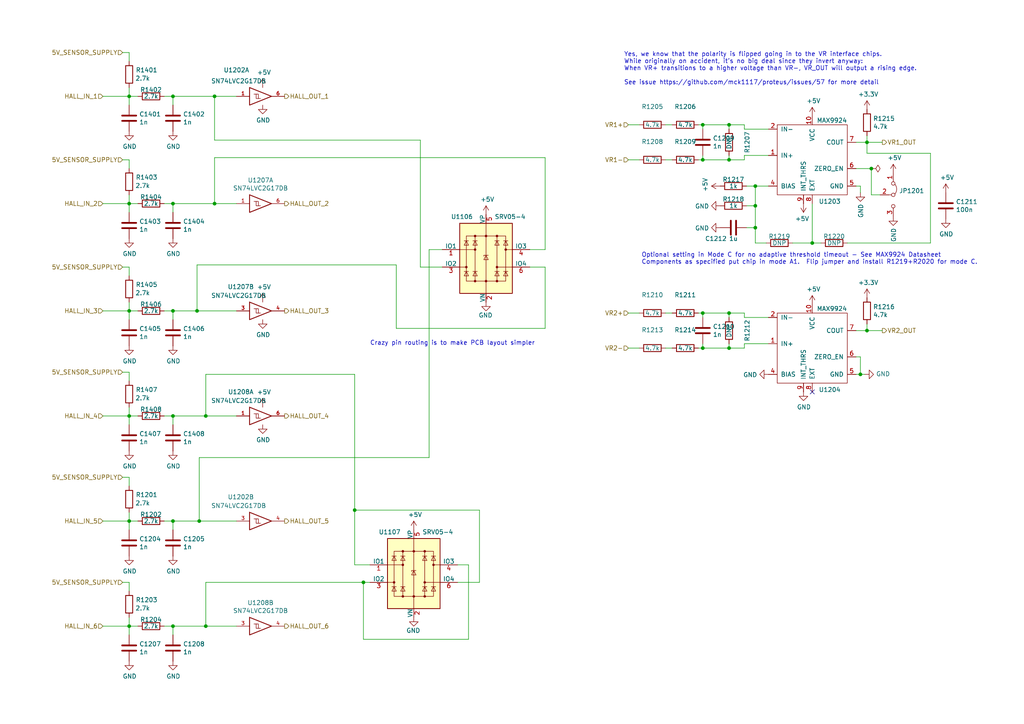
<source format=kicad_sch>
(kicad_sch (version 20211123) (generator eeschema)
  (paper "A4")
  (title_block (title "rusEfi Proteus") (date "2022-04-09") (rev "v0.7") (company "rusEFI") (comment 1 "github.com/mck1117/proteus") (comment 2 "rusefi.com/s/proteus"))
  (lib_symbols
    (symbol "74xGxx:74LVC2G17" (pin_names (offset 1.016))
      (property "Reference" "U" (at -2.54 3.81 0))
      (property "Value" "74LVC2G17" (at 0 -3.81 0))
      (symbol "74LVC2G17_0_1"
        (polyline (pts (xy -1.905 0.635) (xy -1.27 0.635) (xy -1.27 -0.635)))
        (polyline (pts (xy -3.81 2.54) (xy -3.81 -2.54) (xy 2.54 0) (xy -3.81 2.54)) (stroke (width 0.254)))
        (polyline (pts (xy -2.54 0.635) (xy -1.905 0.635) (xy -1.905 -0.635) (xy -0.635 -0.635)))
        (pin power_in line (at 0 -2.54 270) (length 0) hide (name "GND") (number "2"))
        (pin power_in line (at 0 2.54 90) (length 0) hide (name "VCC") (number "5"))
      )
      (symbol "74LVC2G17_1_1"
        (pin input line (at -7.62 0 0) (length 3.81) (name "~") (number "1"))
        (pin output line (at 6.35 0 180) (length 3.81) (name "~") (number "6"))
      )
      (symbol "74LVC2G17_2_1"
        (pin input line (at -7.62 0 0) (length 3.81) (name "~") (number "3"))
        (pin output line (at 6.35 0 180) (length 3.81) (name "~") (number "4"))
      )
    )
    (symbol "Device:C" (pin_numbers hide) (pin_names (offset 0.254))
      (property "Reference" "C" (at 0.635 2.54 0))
      (property "Value" "C" (at 0.635 -2.54 0))
      (symbol "C_0_1"
        (polyline (pts (xy -2.032 -0.762) (xy 2.032 -0.762)) (stroke (width 0.508)))
        (polyline (pts (xy -2.032 0.762) (xy 2.032 0.762)) (stroke (width 0.508)))
      )
      (symbol "C_1_1"
        (pin passive line (at 0 3.81 270) (length 2.794) (name "~") (number "1"))
        (pin passive line (at 0 -3.81 90) (length 2.794) (name "~") (number "2"))
      )
    )
    (symbol "Device:R" (pin_numbers hide) (pin_names (offset 0))
      (property "Reference" "R" (at 2.032 0 90))
      (property "Value" "R" (at 0 0 90))
      (symbol "R_0_1"
        (rectangle (start -1.016 -2.54) (end 1.016 2.54) (stroke (width 0.254)))
      )
      (symbol "R_1_1"
        (pin passive line (at 0 3.81 270) (length 1.27) (name "~") (number "1"))
        (pin passive line (at 0 -3.81 90) (length 1.27) (name "~") (number "2"))
      )
    )
    (symbol "Jumper:Jumper_3_Bridged12" (pin_names (offset 0) hide)
      (property "Reference" "JP" (at -2.54 -2.54 0))
      (property "Value" "Jumper_3_Bridged12" (at 0 2.794 0))
      (symbol "Jumper_3_Bridged12_0_0"
        (circle (center -3.302 0) (radius 0.508))
        (circle (center 0 0) (radius 0.508))
        (circle (center 3.302 0) (radius 0.508))
      )
      (symbol "Jumper_3_Bridged12_0_1"
        (arc (start -0.254 0.508) (mid -1.651 0.9912) (end -3.048 0.508))
        (polyline (pts (xy 0 -1.27) (xy 0 -0.508)))
      )
      (symbol "Jumper_3_Bridged12_1_1"
        (pin passive line (at -6.35 0 0) (length 2.54) (name "A") (number "1"))
        (pin passive line (at 0 -3.81 90) (length 2.54) (name "C") (number "2"))
        (pin passive line (at 6.35 0 180) (length 2.54) (name "B") (number "3"))
      )
    )
    (symbol "Power_Protection:SRV05-4" (pin_names (offset 0))
      (property "Reference" "U" (at -5.08 11.43 0))
      (property "Value" "SRV05-4" (at 2.54 11.43 0))
      (symbol "SRV05-4_0_0"
        (rectangle (start -5.715 6.477) (end 5.715 -6.604))
        (polyline (pts (xy -3.175 -6.604) (xy -3.175 6.477)))
        (polyline (pts (xy 3.175 6.477) (xy 3.175 -6.604)))
      )
      (symbol "SRV05-4_0_1"
        (rectangle (start -7.62 10.16) (end 7.62 -10.16) (stroke (width 0.254)) (fill (type background)))
        (circle (center -5.715 -2.54) (radius 0.2794) (fill (type outline)))
        (circle (center -3.175 -6.604) (radius 0.2794) (fill (type outline)))
        (circle (center -3.175 2.54) (radius 0.2794) (fill (type outline)))
        (circle (center -3.175 6.477) (radius 0.2794) (fill (type outline)))
        (circle (center 0 -6.604) (radius 0.2794) (fill (type outline)))
        (polyline (pts (xy -7.747 2.54) (xy -3.175 2.54)))
        (polyline (pts (xy -7.62 -2.54) (xy -5.715 -2.54)))
        (polyline (pts (xy -5.08 -3.81) (xy -6.35 -3.81)))
        (polyline (pts (xy -5.08 5.08) (xy -6.35 5.08)))
        (polyline (pts (xy -2.54 -3.81) (xy -3.81 -3.81)))
        (polyline (pts (xy -2.54 5.08) (xy -3.81 5.08)))
        (polyline (pts (xy 0 10.16) (xy 0 -10.16)))
        (polyline (pts (xy 3.81 -3.81) (xy 2.54 -3.81)))
        (polyline (pts (xy 3.81 5.08) (xy 2.54 5.08)))
        (polyline (pts (xy 6.35 -3.81) (xy 5.08 -3.81)))
        (polyline (pts (xy 6.35 5.08) (xy 5.08 5.08)))
        (polyline (pts (xy 7.62 -2.54) (xy 3.175 -2.54)))
        (polyline (pts (xy 7.62 2.54) (xy 5.715 2.54)))
        (polyline (pts (xy 0.635 0.889) (xy -0.635 0.889) (xy -0.635 0.635)))
        (polyline (pts (xy -5.08 -5.08) (xy -6.35 -5.08) (xy -5.715 -3.81) (xy -5.08 -5.08)))
        (polyline (pts (xy -5.08 3.81) (xy -6.35 3.81) (xy -5.715 5.08) (xy -5.08 3.81)))
        (polyline (pts (xy -2.54 -5.08) (xy -3.81 -5.08) (xy -3.175 -3.81) (xy -2.54 -5.08)))
        (polyline (pts (xy -2.54 3.81) (xy -3.81 3.81) (xy -3.175 5.08) (xy -2.54 3.81)))
        (polyline (pts (xy 0.635 -0.381) (xy -0.635 -0.381) (xy 0 0.889) (xy 0.635 -0.381)))
        (polyline (pts (xy 3.81 -5.08) (xy 2.54 -5.08) (xy 3.175 -3.81) (xy 3.81 -5.08)))
        (polyline (pts (xy 3.81 3.81) (xy 2.54 3.81) (xy 3.175 5.08) (xy 3.81 3.81)))
        (polyline (pts (xy 6.35 -5.08) (xy 5.08 -5.08) (xy 5.715 -3.81) (xy 6.35 -5.08)))
        (polyline (pts (xy 6.35 3.81) (xy 5.08 3.81) (xy 5.715 5.08) (xy 6.35 3.81)))
        (circle (center 0 6.477) (radius 0.2794) (fill (type outline)))
        (circle (center 3.175 -6.604) (radius 0.2794) (fill (type outline)))
        (circle (center 3.175 -2.54) (radius 0.2794) (fill (type outline)))
        (circle (center 3.175 6.477) (radius 0.2794) (fill (type outline)))
        (circle (center 5.715 2.54) (radius 0.2794) (fill (type outline)))
      )
      (symbol "SRV05-4_1_1"
        (pin passive line (at -12.7 2.54 0) (length 5.08) (name "IO1") (number "1"))
        (pin passive line (at 0 -12.7 90) (length 2.54) (name "VN") (number "2"))
        (pin passive line (at -12.7 -2.54 0) (length 5.08) (name "IO2") (number "3"))
        (pin passive line (at 12.7 2.54 180) (length 5.08) (name "IO3") (number "4"))
        (pin passive line (at 0 12.7 270) (length 2.54) (name "VP") (number "5"))
        (pin passive line (at 12.7 -2.54 180) (length 5.08) (name "IO4") (number "6"))
      )
    )
    (symbol "max9924:MAX9924" (pin_names (offset 1.016))
      (property "Reference" "U" (at 3.81 -11.43 0))
      (property "Value" "MAX9924" (at 7.62 11.43 0))
      (symbol "MAX9924_0_1"
        (rectangle (start -10.16 10.16) (end 10.16 -10.16))
      )
      (symbol "MAX9924_1_1"
        (pin input line (at -12.7 1.27 0) (length 2.54) (name "IN+") (number "1"))
        (pin power_in line (at 0 12.7 270) (length 2.54) (name "VCC") (number "10"))
        (pin input line (at -12.7 8.89 0) (length 2.54) (name "IN-") (number "2"))
        (pin no_connect line (at 0 -5.08 0) (length 2.54) hide (name "~") (number "3"))
        (pin input line (at -12.7 -7.62 0) (length 2.54) (name "BIAS") (number "4"))
        (pin power_in line (at 12.7 -7.62 180) (length 2.54) (name "GND") (number "5"))
        (pin input line (at 12.7 -2.54 180) (length 2.54) (name "ZERO_EN") (number "6"))
        (pin output line (at 12.7 5.08 180) (length 2.54) (name "COUT") (number "7"))
        (pin input line (at 0 -12.7 90) (length 2.54) (name "EXT") (number "8"))
        (pin input line (at -2.54 -12.7 90) (length 2.54) (name "INT_THRS") (number "9"))
      )
    )
    (symbol "power:+3.3V" (power) (pin_names (offset 0))
      (property "Value" "+3.3V" (at 0 3.556 0))
      (symbol "+3.3V_0_1"
        (polyline (pts (xy -0.762 1.27) (xy 0 2.54)))
        (polyline (pts (xy 0 0) (xy 0 2.54)))
        (polyline (pts (xy 0 2.54) (xy 0.762 1.27)))
      )
      (symbol "+3.3V_1_1"
        (pin power_in line (at 0 0 90) (length 0) hide (name "+3.3V") (number "1"))
      )
    )
    (symbol "power:+5V" (power) (pin_names (offset 0))
      (property "Value" "+5V" (at 0 3.556 0))
      (symbol "+5V_0_1"
        (polyline (pts (xy -0.762 1.27) (xy 0 2.54)))
        (polyline (pts (xy 0 0) (xy 0 2.54)))
        (polyline (pts (xy 0 2.54) (xy 0.762 1.27)))
      )
      (symbol "+5V_1_1"
        (pin power_in line (at 0 0 90) (length 0) hide (name "+5V") (number "1"))
      )
    )
    (symbol "power:GND" (power) (pin_names (offset 0))
      (property "Value" "GND" (at 0 -3.81 0))
      (symbol "GND_0_1"
        (polyline (pts (xy 0 0) (xy 0 -1.27) (xy 1.27 -1.27) (xy 0 -2.54) (xy -1.27 -1.27) (xy 0 -1.27)))
      )
      (symbol "GND_1_1"
        (pin power_in line (at 0 0 270) (length 0) hide (name "GND") (number "1"))
      )
    )
    (symbol "power:PWR_FLAG" (power) (pin_numbers hide) (pin_names (offset 0) hide)
      (property "Value" "PWR_FLAG" (at 0 3.81 0))
      (symbol "PWR_FLAG_0_0"
        (pin power_out line (at 0 0 90) (length 0) (name "pwr") (number "1"))
      )
      (symbol "PWR_FLAG_0_1"
        (polyline (pts (xy 0 0) (xy 0 1.27) (xy -1.016 1.905) (xy 0 2.54) (xy 1.016 1.905) (xy 0 1.27)))
      )
    )
  )
  (junction (at 251.46 95.885))
  (junction (at 203.835 46.355))
  (junction (at 62.23 27.94))
  (junction (at 203.835 90.805))
  (junction (at 50.165 120.65))
  (junction (at 37.465 181.61))
  (junction (at 37.465 27.94))
  (junction (at 211.455 100.965))
  (junction (at 252.73 48.895))
  (junction (at 219.075 59.69))
  (junction (at 37.465 151.13))
  (junction (at 37.465 120.65))
  (junction (at 37.465 59.055))
  (junction (at 249.555 108.585))
  (junction (at 203.835 100.965))
  (junction (at 251.46 41.275))
  (junction (at 50.165 181.61))
  (junction (at 50.165 151.13))
  (junction (at 219.075 53.975))
  (junction (at 50.165 59.055))
  (junction (at 105.41 168.91))
  (junction (at 59.69 181.61))
  (junction (at 102.87 147.955))
  (junction (at 203.835 36.195))
  (junction (at 211.455 90.805))
  (junction (at 211.455 36.195))
  (junction (at 37.465 90.17))
  (junction (at 57.785 151.13))
  (junction (at 219.075 66.04))
  (junction (at 50.165 27.94))
  (junction (at 211.455 46.355))
  (junction (at 235.585 70.485))
  (junction (at 59.69 120.65))
  (junction (at 57.15 90.17))
  (junction (at 50.165 90.17))
  (junction (at 62.23 59.055))
  (no_connect (at 235.585 113.665))
  (wire (pts (xy 50.165 151.13) (xy 50.165 153.67)))
  (wire (pts (xy 211.455 37.465) (xy 211.455 36.195)))
  (wire (pts (xy 215.9 36.195) (xy 215.9 37.465)))
  (wire (pts (xy 50.165 59.055) (xy 50.165 61.595)))
  (wire (pts (xy 139.065 147.955) (xy 102.87 147.955)))
  (wire (pts (xy 215.9 45.085) (xy 215.9 46.355)))
  (wire (pts (xy 139.065 168.91) (xy 139.065 147.955)))
  (wire (pts (xy 269.875 70.485) (xy 269.875 44.45)))
  (wire (pts (xy 249.555 55.88) (xy 249.555 53.975)))
  (wire (pts (xy 124.46 132.715) (xy 124.46 72.39)))
  (wire (pts (xy 203.835 36.195) (xy 203.835 37.465)))
  (wire (pts (xy 37.465 56.515) (xy 37.465 59.055)))
  (wire (pts (xy 57.785 151.13) (xy 68.58 151.13)))
  (wire (pts (xy 62.23 59.055) (xy 68.58 59.055)))
  (wire (pts (xy 158.115 45.72) (xy 158.115 72.39)))
  (wire (pts (xy 57.785 151.13) (xy 57.785 132.715)))
  (wire (pts (xy 62.23 59.055) (xy 62.23 45.72)))
  (wire (pts (xy 50.165 181.61) (xy 59.69 181.61)))
  (wire (pts (xy 193.04 100.965) (xy 194.945 100.965)))
  (wire (pts (xy 50.165 90.17) (xy 57.15 90.17)))
  (wire (pts (xy 50.165 27.94) (xy 62.23 27.94)))
  (wire (pts (xy 59.69 181.61) (xy 59.69 168.91)))
  (wire (pts (xy 211.455 46.355) (xy 211.455 45.085)))
  (wire (pts (xy 37.465 179.07) (xy 37.465 181.61)))
  (wire (pts (xy 29.845 59.055) (xy 37.465 59.055)))
  (wire (pts (xy 203.835 46.355) (xy 203.835 45.085)))
  (wire (pts (xy 50.165 59.055) (xy 62.23 59.055)))
  (wire (pts (xy 202.565 36.195) (xy 203.835 36.195)))
  (wire (pts (xy 211.455 100.965) (xy 211.455 99.695)))
  (wire (pts (xy 211.455 36.195) (xy 203.835 36.195)))
  (wire (pts (xy 35.56 168.91) (xy 37.465 168.91)))
  (wire (pts (xy 102.87 163.83) (xy 102.87 147.955)))
  (wire (pts (xy 251.46 95.885) (xy 248.285 95.885)))
  (wire (pts (xy 62.23 45.72) (xy 158.115 45.72)))
  (wire (pts (xy 37.465 168.91) (xy 37.465 171.45)))
  (wire (pts (xy 29.845 151.13) (xy 37.465 151.13)))
  (wire (pts (xy 37.465 30.48) (xy 37.465 27.94)))
  (wire (pts (xy 211.455 90.805) (xy 203.835 90.805)))
  (wire (pts (xy 132.715 168.91) (xy 139.065 168.91)))
  (wire (pts (xy 37.465 59.055) (xy 40.005 59.055)))
  (wire (pts (xy 203.835 100.965) (xy 211.455 100.965)))
  (wire (pts (xy 216.535 66.04) (xy 219.075 66.04)))
  (wire (pts (xy 114.935 76.835) (xy 114.935 95.25)))
  (wire (pts (xy 37.465 148.59) (xy 37.465 151.13)))
  (wire (pts (xy 215.9 90.805) (xy 215.9 92.075)))
  (wire (pts (xy 50.165 181.61) (xy 47.625 181.61)))
  (wire (pts (xy 215.9 99.695) (xy 215.9 100.965)))
  (wire (pts (xy 50.165 181.61) (xy 50.165 184.15)))
  (wire (pts (xy 219.075 66.04) (xy 219.075 59.69)))
  (wire (pts (xy 37.465 15.24) (xy 37.465 17.78)))
  (wire (pts (xy 135.89 185.42) (xy 135.89 163.83)))
  (wire (pts (xy 255.905 95.885) (xy 251.46 95.885)))
  (wire (pts (xy 211.455 36.195) (xy 215.9 36.195)))
  (wire (pts (xy 193.04 46.355) (xy 194.945 46.355)))
  (wire (pts (xy 37.465 118.11) (xy 37.465 120.65)))
  (wire (pts (xy 57.15 76.835) (xy 114.935 76.835)))
  (wire (pts (xy 249.555 108.585) (xy 248.285 108.585)))
  (wire (pts (xy 105.41 168.91) (xy 107.315 168.91)))
  (wire (pts (xy 203.835 90.805) (xy 203.835 92.075)))
  (wire (pts (xy 59.69 120.65) (xy 68.58 120.65)))
  (wire (pts (xy 251.46 44.45) (xy 251.46 41.275)))
  (wire (pts (xy 182.245 100.965) (xy 185.42 100.965)))
  (wire (pts (xy 249.555 53.975) (xy 248.285 53.975)))
  (wire (pts (xy 219.075 66.04) (xy 219.075 70.485)))
  (wire (pts (xy 29.845 120.65) (xy 37.465 120.65)))
  (wire (pts (xy 37.465 120.65) (xy 40.005 120.65)))
  (wire (pts (xy 50.165 90.17) (xy 50.165 92.71)))
  (wire (pts (xy 37.465 90.17) (xy 40.005 90.17)))
  (wire (pts (xy 124.46 72.39) (xy 128.27 72.39)))
  (wire (pts (xy 59.69 108.585) (xy 59.69 120.65)))
  (wire (pts (xy 215.9 100.965) (xy 211.455 100.965)))
  (wire (pts (xy 219.075 59.69) (xy 219.075 53.975)))
  (wire (pts (xy 105.41 185.42) (xy 135.89 185.42)))
  (wire (pts (xy 182.245 46.355) (xy 185.42 46.355)))
  (wire (pts (xy 57.15 90.17) (xy 68.58 90.17)))
  (wire (pts (xy 35.56 46.355) (xy 37.465 46.355)))
  (wire (pts (xy 62.23 40.64) (xy 121.92 40.64)))
  (wire (pts (xy 269.875 44.45) (xy 251.46 44.45)))
  (wire (pts (xy 37.465 46.355) (xy 37.465 48.895)))
  (wire (pts (xy 50.165 120.65) (xy 59.69 120.65)))
  (wire (pts (xy 215.9 46.355) (xy 211.455 46.355)))
  (wire (pts (xy 29.845 90.17) (xy 37.465 90.17)))
  (wire (pts (xy 211.455 92.075) (xy 211.455 90.805)))
  (wire (pts (xy 202.565 100.965) (xy 203.835 100.965)))
  (wire (pts (xy 211.455 90.805) (xy 215.9 90.805)))
  (wire (pts (xy 50.165 59.055) (xy 47.625 59.055)))
  (wire (pts (xy 235.585 59.055) (xy 235.585 70.485)))
  (wire (pts (xy 255.905 41.275) (xy 251.46 41.275)))
  (wire (pts (xy 50.165 90.17) (xy 47.625 90.17)))
  (wire (pts (xy 37.465 123.19) (xy 37.465 120.65)))
  (wire (pts (xy 222.885 45.085) (xy 215.9 45.085)))
  (wire (pts (xy 50.165 151.13) (xy 57.785 151.13)))
  (wire (pts (xy 107.315 163.83) (xy 102.87 163.83)))
  (wire (pts (xy 37.465 25.4) (xy 37.465 27.94)))
  (wire (pts (xy 194.945 90.805) (xy 193.04 90.805)))
  (wire (pts (xy 249.555 103.505) (xy 249.555 108.585)))
  (wire (pts (xy 248.285 48.895) (xy 252.73 48.895)))
  (wire (pts (xy 37.465 27.94) (xy 40.005 27.94)))
  (wire (pts (xy 135.89 163.83) (xy 132.715 163.83)))
  (wire (pts (xy 219.075 70.485) (xy 222.25 70.485)))
  (wire (pts (xy 248.285 103.505) (xy 249.555 103.505)))
  (wire (pts (xy 102.87 108.585) (xy 59.69 108.585)))
  (wire (pts (xy 158.115 72.39) (xy 153.67 72.39)))
  (wire (pts (xy 35.56 15.24) (xy 37.465 15.24)))
  (wire (pts (xy 62.23 27.94) (xy 68.58 27.94)))
  (wire (pts (xy 251.46 41.275) (xy 248.285 41.275)))
  (wire (pts (xy 245.745 70.485) (xy 269.875 70.485)))
  (wire (pts (xy 215.9 92.075) (xy 222.885 92.075)))
  (wire (pts (xy 252.73 56.515) (xy 255.27 56.515)))
  (wire (pts (xy 35.56 107.95) (xy 37.465 107.95)))
  (wire (pts (xy 222.885 99.695) (xy 215.9 99.695)))
  (wire (pts (xy 29.845 181.61) (xy 37.465 181.61)))
  (wire (pts (xy 114.935 95.25) (xy 158.115 95.25)))
  (wire (pts (xy 37.465 87.63) (xy 37.465 90.17)))
  (wire (pts (xy 37.465 77.47) (xy 37.465 80.01)))
  (wire (pts (xy 194.945 36.195) (xy 193.04 36.195)))
  (wire (pts (xy 50.165 120.65) (xy 50.165 123.19)))
  (wire (pts (xy 29.845 27.94) (xy 37.465 27.94)))
  (wire (pts (xy 203.835 100.965) (xy 203.835 99.695)))
  (wire (pts (xy 203.835 46.355) (xy 211.455 46.355)))
  (wire (pts (xy 50.165 27.94) (xy 47.625 27.94)))
  (wire (pts (xy 121.92 77.47) (xy 128.27 77.47)))
  (wire (pts (xy 105.41 168.91) (xy 105.41 185.42)))
  (wire (pts (xy 50.165 120.65) (xy 47.625 120.65)))
  (wire (pts (xy 251.46 39.37) (xy 251.46 41.275)))
  (wire (pts (xy 251.46 93.98) (xy 251.46 95.885)))
  (wire (pts (xy 121.92 40.64) (xy 121.92 77.47)))
  (wire (pts (xy 102.87 147.955) (xy 102.87 108.585)))
  (wire (pts (xy 250.825 108.585) (xy 249.555 108.585)))
  (wire (pts (xy 37.465 92.71) (xy 37.465 90.17)))
  (wire (pts (xy 35.56 138.43) (xy 37.465 138.43)))
  (wire (pts (xy 37.465 61.595) (xy 37.465 59.055)))
  (wire (pts (xy 59.69 181.61) (xy 68.58 181.61)))
  (wire (pts (xy 37.465 138.43) (xy 37.465 140.97)))
  (wire (pts (xy 216.535 53.975) (xy 219.075 53.975)))
  (wire (pts (xy 59.69 168.91) (xy 105.41 168.91)))
  (wire (pts (xy 182.245 36.195) (xy 185.42 36.195)))
  (wire (pts (xy 37.465 151.13) (xy 40.005 151.13)))
  (wire (pts (xy 219.075 53.975) (xy 222.885 53.975)))
  (wire (pts (xy 202.565 90.805) (xy 203.835 90.805)))
  (wire (pts (xy 50.165 151.13) (xy 47.625 151.13)))
  (wire (pts (xy 235.585 70.485) (xy 229.87 70.485)))
  (wire (pts (xy 37.465 184.15) (xy 37.465 181.61)))
  (wire (pts (xy 238.125 70.485) (xy 235.585 70.485)))
  (wire (pts (xy 215.9 37.465) (xy 222.885 37.465)))
  (wire (pts (xy 37.465 153.67) (xy 37.465 151.13)))
  (wire (pts (xy 37.465 181.61) (xy 40.005 181.61)))
  (wire (pts (xy 57.785 132.715) (xy 124.46 132.715)))
  (wire (pts (xy 202.565 46.355) (xy 203.835 46.355)))
  (wire (pts (xy 37.465 107.95) (xy 37.465 110.49)))
  (wire (pts (xy 50.165 27.94) (xy 50.165 30.48)))
  (wire (pts (xy 62.23 27.94) (xy 62.23 40.64)))
  (wire (pts (xy 216.535 59.69) (xy 219.075 59.69)))
  (wire (pts (xy 57.15 90.17) (xy 57.15 76.835)))
  (wire (pts (xy 158.115 77.47) (xy 153.67 77.47)))
  (wire (pts (xy 158.115 95.25) (xy 158.115 77.47)))
  (wire (pts (xy 252.73 48.895) (xy 252.73 56.515)))
  (wire (pts (xy 182.245 90.805) (xy 185.42 90.805)))
  (wire (pts (xy 35.56 77.47) (xy 37.465 77.47)))
  (text "Yes, we know that the polarity is flipped going in to the VR interface chips.\nWhile originally on accident, it’s no big deal since they invert anyway:\nWhen VR+ transitions to a higher voltage than VR-, VR_OUT will output a rising edge.\n\nSee issue https://github.com/mck1117/proteus/issues/57 for more detail" (at 180.975 24.765 0) (effects (font (size 1.27 1.27)) (justify left bottom)))
  (text "Optional setting in Mode C for no adaptive threshold timeout - See MAX9924 Datasheet\nComponents as specified put chip in mode A1.  Flip jumper and install R1219+R2020 for mode C." (at 186.055 76.835 0) (effects (font (size 1.27 1.27)) (justify left bottom)))
  (text "Crazy pin routing is to make PCB layout simpler" (at 107.315 100.33 0) (effects (font (size 1.27 1.27)) (justify left bottom)))
  (hierarchical_label "5V_SENSOR_SUPPLY" (shape input) (at 35.56 77.47 180))
  (hierarchical_label "HALL_OUT_4" (shape output) (at 82.55 120.65 0))
  (hierarchical_label "HALL_OUT_3" (shape output) (at 82.55 90.17 0))
  (hierarchical_label "VR2+" (shape input) (at 182.245 90.805 180))
  (hierarchical_label "HALL_OUT_6" (shape output) (at 82.55 181.61 0))
  (hierarchical_label "5V_SENSOR_SUPPLY" (shape input) (at 35.56 138.43 180))
  (hierarchical_label "HALL_IN_1" (shape input) (at 29.845 27.94 180))
  (hierarchical_label "VR2_OUT" (shape output) (at 255.905 95.885 0))
  (hierarchical_label "5V_SENSOR_SUPPLY" (shape input) (at 35.56 168.91 180))
  (hierarchical_label "VR1+" (shape input) (at 182.245 36.195 180))
  (hierarchical_label "VR2-" (shape input) (at 182.245 100.965 180))
  (hierarchical_label "5V_SENSOR_SUPPLY" (shape input) (at 35.56 46.355 180))
  (hierarchical_label "5V_SENSOR_SUPPLY" (shape input) (at 35.56 107.95 180))
  (hierarchical_label "VR1_OUT" (shape output) (at 255.905 41.275 0))
  (hierarchical_label "5V_SENSOR_SUPPLY" (shape input) (at 35.56 15.24 180))
  (hierarchical_label "HALL_OUT_5" (shape output) (at 82.55 151.13 0))
  (hierarchical_label "HALL_IN_6" (shape input) (at 29.845 181.61 180))
  (hierarchical_label "HALL_IN_2" (shape input) (at 29.845 59.055 180))
  (hierarchical_label "HALL_IN_4" (shape input) (at 29.845 120.65 180))
  (hierarchical_label "HALL_IN_5" (shape input) (at 29.845 151.13 180))
  (hierarchical_label "VR1-" (shape input) (at 182.245 46.355 180))
  (hierarchical_label "HALL_OUT_1" (shape output) (at 82.55 27.94 0))
  (hierarchical_label "HALL_IN_3" (shape input) (at 29.845 90.17 180))
  (hierarchical_label "HALL_OUT_2" (shape output) (at 82.55 59.055 0))
  (symbol (lib_id "Device:R") (at 37.465 144.78 0) (unit 1)
    (property "Reference" "R1201" (at 39.37 143.51 0) (effects (justify left)))
    (property "Value" "2.7k" (at 39.243 145.923 0) (effects (justify left)))
    (property "Footprint" "Resistor_SMD:R_0603_1608Metric" (effects hide))
    (property "LCSC" "C13167" (effects hide))
    (property "LCSC_ext" "0" (effects hide))
  )
  (symbol (lib_id "Device:R") (at 43.815 151.13 270) (unit 1)
    (property "Reference" "R1202" (at 43.815 149.225 90))
    (property "Value" "2.7k" (at 43.815 151.13 90))
    (property "Footprint" "Resistor_SMD:R_0603_1608Metric" (effects hide))
    (property "LCSC" "C13167" (effects hide))
    (property "LCSC_ext" "0" (effects hide))
  )
  (symbol (lib_id "Device:C") (at 50.165 157.48 0) (unit 1)
    (property "Reference" "C1205" (at 53.086 156.3116 0) (effects (justify left)))
    (property "Value" "1n" (at 53.086 158.623 0) (effects (justify left)))
    (property "Footprint" "Capacitor_SMD:C_0603_1608Metric" (effects hide))
    (property "LCSC" "C1588" (effects hide))
    (property "LCSC_ext" "0" (effects hide))
  )
  (symbol (lib_id "power:GND") (at 50.165 161.29 0) (unit 1)
    (property "Reference" "#PWR0113" (effects hide))
    (property "Value" "GND" (at 50.292 165.6842 0))
  )
  (symbol (lib_id "Device:C") (at 37.465 157.48 0) (unit 1)
    (property "Reference" "C1204" (at 40.386 156.3116 0) (effects (justify left)))
    (property "Value" "1n" (at 40.386 158.623 0) (effects (justify left)))
    (property "Footprint" "Capacitor_SMD:C_0603_1608Metric" (effects hide))
    (property "LCSC" "C1588" (effects hide))
    (property "LCSC_ext" "0" (effects hide))
  )
  (symbol (lib_id "power:GND") (at 37.465 161.29 0) (unit 1)
    (property "Reference" "#PWR0115" (effects hide))
    (property "Value" "GND" (at 37.592 165.6842 0))
  )
  (symbol (lib_id "Device:R") (at 37.465 175.26 0) (unit 1)
    (property "Reference" "R1203" (at 39.37 173.99 0) (effects (justify left)))
    (property "Value" "2.7k" (at 39.243 176.403 0) (effects (justify left)))
    (property "Footprint" "Resistor_SMD:R_0603_1608Metric" (effects hide))
    (property "LCSC" "C13167" (effects hide))
    (property "LCSC_ext" "0" (effects hide))
  )
  (symbol (lib_id "Device:R") (at 43.815 181.61 270) (unit 1)
    (property "Reference" "R1204" (at 43.815 179.705 90))
    (property "Value" "2.7k" (at 43.815 181.61 90))
    (property "Footprint" "Resistor_SMD:R_0603_1608Metric" (effects hide))
    (property "LCSC" "C13167" (effects hide))
    (property "LCSC_ext" "0" (effects hide))
  )
  (symbol (lib_id "Device:C") (at 50.165 187.96 0) (unit 1)
    (property "Reference" "C1208" (at 53.086 186.7916 0) (effects (justify left)))
    (property "Value" "1n" (at 53.086 189.103 0) (effects (justify left)))
    (property "Footprint" "Capacitor_SMD:C_0603_1608Metric" (effects hide))
    (property "LCSC" "C1588" (effects hide))
    (property "LCSC_ext" "0" (effects hide))
  )
  (symbol (lib_id "power:GND") (at 50.165 191.77 0) (unit 1)
    (property "Reference" "#PWR0117" (effects hide))
    (property "Value" "GND" (at 50.292 196.1642 0))
  )
  (symbol (lib_id "Device:C") (at 37.465 187.96 0) (unit 1)
    (property "Reference" "C1207" (at 40.386 186.7916 0) (effects (justify left)))
    (property "Value" "1n" (at 40.386 189.103 0) (effects (justify left)))
    (property "Footprint" "Capacitor_SMD:C_0603_1608Metric" (effects hide))
    (property "LCSC" "C1588" (effects hide))
    (property "LCSC_ext" "0" (effects hide))
  )
  (symbol (lib_id "power:GND") (at 37.465 191.77 0) (unit 1)
    (property "Reference" "#PWR0119" (effects hide))
    (property "Value" "GND" (at 37.592 196.1642 0))
  )
  (symbol (lib_id "max9924:MAX9924") (at 235.585 46.355 0) (unit 1)
    (property "Reference" "U1203" (at 240.665 58.42 0))
    (property "Value" "MAX9924" (at 241.3 34.925 0))
    (property "Footprint" "Package_SO:MSOP-10_3x3mm_P0.5mm" (effects hide))
    (property "LCSC" "N/A" (effects hide))
  )
  (symbol (lib_id "power:GND") (at 249.555 55.88 0) (unit 1)
    (property "Reference" "#PWR0229" (effects hide))
    (property "Value" "GND" (at 249.682 59.1312 90) (effects (justify right)))
  )
  (symbol (lib_id "power:+5V") (at 235.585 33.655 0) (unit 1)
    (property "Reference" "#PWR0230" (effects hide))
    (property "Value" "+5V" (at 235.966 29.2608 0))
  )
  (symbol (lib_id "Device:R") (at 251.46 35.56 0) (unit 1)
    (property "Reference" "R1215" (at 253.238 34.3916 0) (effects (justify left)))
    (property "Value" "4.7k" (at 253.238 36.703 0) (effects (justify left)))
    (property "Footprint" "Resistor_SMD:R_0805_2012Metric" (effects hide))
    (property "LCSC" "C17673" (effects hide))
    (property "LCSC_ext" "0" (effects hide))
  )
  (symbol (lib_id "power:+3.3V") (at 251.46 31.75 0) (unit 1)
    (property "Reference" "#PWR0231" (effects hide))
    (property "Value" "+3.3V" (at 251.841 27.3558 0))
  )
  (symbol (lib_id "power:GND") (at 208.915 59.69 270) (unit 1)
    (property "Reference" "#PWR0232" (effects hide))
    (property "Value" "GND" (at 205.6638 59.817 90) (effects (justify right)))
  )
  (symbol (lib_id "max9924:MAX9924") (at 235.585 100.965 0) (unit 1)
    (property "Reference" "U1204" (at 240.665 113.03 0))
    (property "Value" "MAX9924" (at 241.3 89.535 0))
    (property "Footprint" "Package_SO:MSOP-10_3x3mm_P0.5mm" (effects hide))
    (property "LCSC" "N/A" (effects hide))
  )
  (symbol (lib_id "power:GND") (at 250.825 108.585 90) (unit 1)
    (property "Reference" "#PWR0234" (effects hide))
    (property "Value" "GND" (at 254.0762 108.458 90) (effects (justify right)))
  )
  (symbol (lib_id "power:+5V") (at 235.585 88.265 0) (unit 1)
    (property "Reference" "#PWR0235" (effects hide))
    (property "Value" "+5V" (at 235.966 83.8708 0))
  )
  (symbol (lib_id "Device:R") (at 251.46 90.17 0) (unit 1)
    (property "Reference" "R1216" (at 253.238 89.0016 0) (effects (justify left)))
    (property "Value" "4.7k" (at 253.238 91.313 0) (effects (justify left)))
    (property "Footprint" "Resistor_SMD:R_0805_2012Metric" (effects hide))
    (property "LCSC" "C17673" (effects hide))
    (property "LCSC_ext" "0" (effects hide))
  )
  (symbol (lib_id "power:+3.3V") (at 251.46 86.36 0) (unit 1)
    (property "Reference" "#PWR0236" (effects hide))
    (property "Value" "+3.3V" (at 251.841 81.9658 0))
  )
  (symbol (lib_id "power:GND") (at 222.885 108.585 270) (unit 1)
    (property "Reference" "#PWR0237" (effects hide))
    (property "Value" "GND" (at 219.6338 108.712 90) (effects (justify right)))
  )
  (symbol (lib_id "power:GND") (at 233.045 113.665 0) (unit 1)
    (property "Reference" "#PWR0238" (effects hide))
    (property "Value" "GND" (at 233.172 118.0592 0))
  )
  (symbol (lib_id "Device:C") (at 274.32 59.69 0) (unit 1)
    (property "Reference" "C1211" (at 277.241 58.5216 0) (effects (justify left)))
    (property "Value" "100n" (at 277.241 60.833 0) (effects (justify left)))
    (property "Footprint" "Capacitor_SMD:C_0603_1608Metric" (effects hide))
    (property "LCSC" "C14663" (effects hide))
    (property "LCSC_ext" "0" (effects hide))
  )
  (symbol (lib_id "power:+5V") (at 274.32 55.88 0) (unit 1)
    (property "Reference" "#PWR0240" (effects hide))
    (property "Value" "+5V" (at 274.701 51.4858 0))
  )
  (symbol (lib_id "power:GND") (at 274.32 63.5 0) (unit 1)
    (property "Reference" "#PWR0241" (effects hide))
    (property "Value" "GND" (at 274.447 67.8942 0))
  )
  (symbol (lib_id "Device:R") (at 189.23 36.195 270) (unit 1)
    (property "Reference" "R1205" (at 189.23 30.9372 90))
    (property "Value" "4.7k" (at 189.23 36.195 90))
    (property "Footprint" "Resistor_SMD:R_0805_2012Metric" (effects hide))
    (property "LCSC" "C17673" (effects hide))
    (property "LCSC_ext" "0" (effects hide))
  )
  (symbol (lib_id "Device:R") (at 189.23 46.355 270) (unit 1)
    (property "Reference" "R1208" (at 189.23 41.0972 90))
    (property "Value" "4.7k" (at 189.23 46.355 90))
    (property "Footprint" "Resistor_SMD:R_0805_2012Metric" (effects hide))
    (property "LCSC" "C17673" (effects hide))
    (property "LCSC_ext" "0" (effects hide))
  )
  (symbol (lib_id "Device:R") (at 198.755 46.355 270) (unit 1)
    (property "Reference" "R1209" (at 198.755 41.0972 90))
    (property "Value" "4.7k" (at 198.755 46.355 90))
    (property "Footprint" "Resistor_SMD:R_0805_2012Metric" (effects hide))
    (property "LCSC" "C17673" (effects hide))
    (property "LCSC_ext" "0" (effects hide))
  )
  (symbol (lib_id "Device:R") (at 198.755 36.195 270) (unit 1)
    (property "Reference" "R1206" (at 198.755 30.9372 90))
    (property "Value" "4.7k" (at 198.755 36.195 90))
    (property "Footprint" "Resistor_SMD:R_0805_2012Metric" (effects hide))
    (property "LCSC" "C17673" (effects hide))
    (property "LCSC_ext" "0" (effects hide))
  )
  (symbol (lib_id "Device:C") (at 203.835 41.275 0) (unit 1)
    (property "Reference" "C1209" (at 206.756 40.1066 0) (effects (justify left)))
    (property "Value" "1n" (at 206.756 42.418 0) (effects (justify left)))
    (property "Footprint" "Capacitor_SMD:C_0603_1608Metric" (effects hide))
    (property "LCSC" "C1588" (effects hide))
    (property "LCSC_ext" "0" (effects hide))
  )
  (symbol (lib_id "Device:R") (at 211.455 41.275 180) (unit 1)
    (property "Reference" "R1207" (at 216.7128 41.275 90))
    (property "Value" "DNP" (at 211.455 41.275 90))
    (property "Footprint" "Resistor_SMD:R_0805_2012Metric" (effects hide))
    (property "PN" "603-RC0402FR-075KL" (effects hide))
    (property "LCSC" "DNP" (effects hide))
  )
  (symbol (lib_id "Device:R") (at 189.23 90.805 270) (unit 1)
    (property "Reference" "R1210" (at 189.23 85.5472 90))
    (property "Value" "4.7k" (at 189.23 90.805 90))
    (property "Footprint" "Resistor_SMD:R_0805_2012Metric" (effects hide))
    (property "LCSC" "C17673" (effects hide))
    (property "LCSC_ext" "0" (effects hide))
  )
  (symbol (lib_id "Device:R") (at 189.23 100.965 270) (unit 1)
    (property "Reference" "R1213" (at 189.23 95.7072 90))
    (property "Value" "4.7k" (at 189.23 100.965 90))
    (property "Footprint" "Resistor_SMD:R_0805_2012Metric" (effects hide))
    (property "LCSC" "C17673" (effects hide))
    (property "LCSC_ext" "0" (effects hide))
  )
  (symbol (lib_id "Device:R") (at 198.755 100.965 270) (unit 1)
    (property "Reference" "R1214" (at 198.755 95.7072 90))
    (property "Value" "4.7k" (at 198.755 100.965 90))
    (property "Footprint" "Resistor_SMD:R_0805_2012Metric" (effects hide))
    (property "LCSC" "C17673" (effects hide))
    (property "LCSC_ext" "0" (effects hide))
  )
  (symbol (lib_id "Device:R") (at 198.755 90.805 270) (unit 1)
    (property "Reference" "R1211" (at 198.755 85.5472 90))
    (property "Value" "4.7k" (at 198.755 90.805 90))
    (property "Footprint" "Resistor_SMD:R_0805_2012Metric" (effects hide))
    (property "LCSC" "C17673" (effects hide))
    (property "LCSC_ext" "0" (effects hide))
  )
  (symbol (lib_id "Device:C") (at 203.835 95.885 0) (unit 1)
    (property "Reference" "C1210" (at 206.756 94.7166 0) (effects (justify left)))
    (property "Value" "1n" (at 206.756 97.028 0) (effects (justify left)))
    (property "Footprint" "Capacitor_SMD:C_0603_1608Metric" (effects hide))
    (property "LCSC" "C1588" (effects hide))
    (property "LCSC_ext" "0" (effects hide))
  )
  (symbol (lib_id "Device:R") (at 211.455 95.885 180) (unit 1)
    (property "Reference" "R1212" (at 216.7128 95.885 90))
    (property "Value" "DNP" (at 211.455 95.885 90))
    (property "Footprint" "Resistor_SMD:R_0805_2012Metric" (effects hide))
    (property "PN" "603-RC0402FR-075KL" (effects hide))
    (property "LCSC" "DNP" (effects hide))
  )
  (symbol (lib_id "Device:R") (at 37.465 21.59 0) (unit 1)
    (property "Reference" "R1401" (at 39.37 20.32 0) (effects (justify left)))
    (property "Value" "2.7k" (at 39.243 22.733 0) (effects (justify left)))
    (property "Footprint" "Resistor_SMD:R_0603_1608Metric" (effects hide))
    (property "LCSC" "C13167" (effects hide))
    (property "LCSC_ext" "0" (effects hide))
  )
  (symbol (lib_id "Device:R") (at 43.815 27.94 270) (unit 1)
    (property "Reference" "R1402" (at 43.815 26.035 90))
    (property "Value" "2.7k" (at 43.815 27.94 90))
    (property "Footprint" "Resistor_SMD:R_0603_1608Metric" (effects hide))
    (property "LCSC" "C13167" (effects hide))
    (property "LCSC_ext" "0" (effects hide))
  )
  (symbol (lib_id "Device:C") (at 50.165 34.29 0) (unit 1)
    (property "Reference" "C1402" (at 53.086 33.1216 0) (effects (justify left)))
    (property "Value" "1n" (at 53.086 35.433 0) (effects (justify left)))
    (property "Footprint" "Capacitor_SMD:C_0603_1608Metric" (effects hide))
    (property "LCSC" "C1588" (effects hide))
    (property "LCSC_ext" "0" (effects hide))
  )
  (symbol (lib_id "power:GND") (at 50.165 38.1 0) (unit 1)
    (property "Reference" "#PWR01404" (effects hide))
    (property "Value" "GND" (at 50.292 42.4942 0))
  )
  (symbol (lib_id "Device:C") (at 37.465 34.29 0) (unit 1)
    (property "Reference" "C1401" (at 40.386 33.1216 0) (effects (justify left)))
    (property "Value" "1n" (at 40.386 35.433 0) (effects (justify left)))
    (property "Footprint" "Capacitor_SMD:C_0603_1608Metric" (effects hide))
    (property "LCSC" "C1588" (effects hide))
    (property "LCSC_ext" "0" (effects hide))
  )
  (symbol (lib_id "power:GND") (at 37.465 38.1 0) (unit 1)
    (property "Reference" "#PWR01403" (effects hide))
    (property "Value" "GND" (at 37.592 42.4942 0))
  )
  (symbol (lib_id "Device:R") (at 37.465 52.705 0) (unit 1)
    (property "Reference" "R1403" (at 39.37 51.435 0) (effects (justify left)))
    (property "Value" "2.7k" (at 39.243 53.848 0) (effects (justify left)))
    (property "Footprint" "Resistor_SMD:R_0603_1608Metric" (effects hide))
    (property "LCSC" "C13167" (effects hide))
    (property "LCSC_ext" "0" (effects hide))
  )
  (symbol (lib_id "Device:R") (at 43.815 59.055 270) (unit 1)
    (property "Reference" "R1404" (at 43.815 57.15 90))
    (property "Value" "2.7k" (at 43.815 59.055 90))
    (property "Footprint" "Resistor_SMD:R_0603_1608Metric" (effects hide))
    (property "LCSC" "C13167" (effects hide))
    (property "LCSC_ext" "0" (effects hide))
  )
  (symbol (lib_id "Device:C") (at 50.165 65.405 0) (unit 1)
    (property "Reference" "C1404" (at 53.086 64.2366 0) (effects (justify left)))
    (property "Value" "1n" (at 53.086 66.548 0) (effects (justify left)))
    (property "Footprint" "Capacitor_SMD:C_0603_1608Metric" (effects hide))
    (property "LCSC" "C1588" (effects hide))
    (property "LCSC_ext" "0" (effects hide))
  )
  (symbol (lib_id "power:GND") (at 50.165 69.215 0) (unit 1)
    (property "Reference" "#PWR01408" (effects hide))
    (property "Value" "GND" (at 50.292 73.6092 0))
  )
  (symbol (lib_id "Device:C") (at 37.465 65.405 0) (unit 1)
    (property "Reference" "C1403" (at 40.386 64.2366 0) (effects (justify left)))
    (property "Value" "1n" (at 40.386 66.548 0) (effects (justify left)))
    (property "Footprint" "Capacitor_SMD:C_0603_1608Metric" (effects hide))
    (property "LCSC" "C1588" (effects hide))
    (property "LCSC_ext" "0" (effects hide))
  )
  (symbol (lib_id "power:GND") (at 37.465 69.215 0) (unit 1)
    (property "Reference" "#PWR01407" (effects hide))
    (property "Value" "GND" (at 37.592 73.6092 0))
  )
  (symbol (lib_id "Device:R") (at 37.465 83.82 0) (unit 1)
    (property "Reference" "R1405" (at 39.37 82.55 0) (effects (justify left)))
    (property "Value" "2.7k" (at 39.243 84.963 0) (effects (justify left)))
    (property "Footprint" "Resistor_SMD:R_0603_1608Metric" (effects hide))
    (property "LCSC" "C13167" (effects hide))
    (property "LCSC_ext" "0" (effects hide))
  )
  (symbol (lib_id "Device:R") (at 43.815 90.17 270) (unit 1)
    (property "Reference" "R1406" (at 43.815 88.265 90))
    (property "Value" "2.7k" (at 43.815 90.17 90))
    (property "Footprint" "Resistor_SMD:R_0603_1608Metric" (effects hide))
    (property "LCSC" "C13167" (effects hide))
    (property "LCSC_ext" "0" (effects hide))
  )
  (symbol (lib_id "Device:C") (at 50.165 96.52 0) (unit 1)
    (property "Reference" "C1406" (at 53.086 95.3516 0) (effects (justify left)))
    (property "Value" "1n" (at 53.086 97.663 0) (effects (justify left)))
    (property "Footprint" "Capacitor_SMD:C_0603_1608Metric" (effects hide))
    (property "LCSC" "C1588" (effects hide))
    (property "LCSC_ext" "0" (effects hide))
  )
  (symbol (lib_id "power:GND") (at 50.165 100.33 0) (unit 1)
    (property "Reference" "#PWR01412" (effects hide))
    (property "Value" "GND" (at 50.292 104.7242 0))
  )
  (symbol (lib_id "Device:C") (at 37.465 96.52 0) (unit 1)
    (property "Reference" "C1405" (at 40.386 95.3516 0) (effects (justify left)))
    (property "Value" "1n" (at 40.386 97.663 0) (effects (justify left)))
    (property "Footprint" "Capacitor_SMD:C_0603_1608Metric" (effects hide))
    (property "LCSC" "C1588" (effects hide))
    (property "LCSC_ext" "0" (effects hide))
  )
  (symbol (lib_id "power:GND") (at 37.465 100.33 0) (unit 1)
    (property "Reference" "#PWR01411" (effects hide))
    (property "Value" "GND" (at 37.592 104.7242 0))
  )
  (symbol (lib_id "Device:R") (at 37.465 114.3 0) (unit 1)
    (property "Reference" "R1407" (at 39.37 113.03 0) (effects (justify left)))
    (property "Value" "2.7k" (at 39.243 115.443 0) (effects (justify left)))
    (property "Footprint" "Resistor_SMD:R_0603_1608Metric" (effects hide))
    (property "LCSC" "C13167" (effects hide))
    (property "LCSC_ext" "0" (effects hide))
  )
  (symbol (lib_id "Device:R") (at 43.815 120.65 270) (unit 1)
    (property "Reference" "R1408" (at 43.815 118.745 90))
    (property "Value" "2.7k" (at 43.815 120.65 90))
    (property "Footprint" "Resistor_SMD:R_0603_1608Metric" (effects hide))
    (property "LCSC" "C13167" (effects hide))
    (property "LCSC_ext" "0" (effects hide))
  )
  (symbol (lib_id "Device:C") (at 50.165 127 0) (unit 1)
    (property "Reference" "C1408" (at 53.086 125.8316 0) (effects (justify left)))
    (property "Value" "1n" (at 53.086 128.143 0) (effects (justify left)))
    (property "Footprint" "Capacitor_SMD:C_0603_1608Metric" (effects hide))
    (property "LCSC" "C1588" (effects hide))
    (property "LCSC_ext" "0" (effects hide))
  )
  (symbol (lib_id "power:GND") (at 50.165 130.81 0) (unit 1)
    (property "Reference" "#PWR01416" (effects hide))
    (property "Value" "GND" (at 50.292 135.2042 0))
  )
  (symbol (lib_id "Device:C") (at 37.465 127 0) (unit 1)
    (property "Reference" "C1407" (at 40.386 125.8316 0) (effects (justify left)))
    (property "Value" "1n" (at 40.386 128.143 0) (effects (justify left)))
    (property "Footprint" "Capacitor_SMD:C_0603_1608Metric" (effects hide))
    (property "LCSC" "C1588" (effects hide))
    (property "LCSC_ext" "0" (effects hide))
  )
  (symbol (lib_id "power:GND") (at 37.465 130.81 0) (unit 1)
    (property "Reference" "#PWR01415" (effects hide))
    (property "Value" "GND" (at 37.592 135.2042 0))
  )
  (symbol (lib_id "Device:R") (at 212.725 59.69 90) (unit 1)
    (property "Reference" "R1218" (at 212.725 57.785 90))
    (property "Value" "1k" (at 212.725 59.69 90))
    (property "Footprint" "Resistor_SMD:R_0402_1005Metric" (effects hide))
    (property "LCSC" "C11702" (effects hide))
    (property "LCSC_ext" "0" (effects hide))
  )
  (symbol (lib_id "Device:R") (at 212.725 53.975 90) (unit 1)
    (property "Reference" "R1217" (at 212.725 52.07 90))
    (property "Value" "1k" (at 212.725 53.975 90))
    (property "Footprint" "Resistor_SMD:R_0402_1005Metric" (effects hide))
    (property "LCSC" "C11702" (effects hide))
    (property "LCSC_ext" "0" (effects hide))
  )
  (symbol (lib_id "power:+5V") (at 208.915 53.975 90) (unit 1)
    (property "Reference" "#PWR0303" (effects hide))
    (property "Value" "+5V" (at 204.5208 53.594 0))
  )
  (symbol (lib_id "Device:C") (at 212.725 66.04 270) (unit 1)
    (property "Reference" "C1212" (at 207.645 69.215 90))
    (property "Value" "1u" (at 212.725 69.215 90))
    (property "Footprint" "Capacitor_SMD:C_0603_1608Metric" (effects hide))
    (property "LCSC" "C15849" (effects hide))
    (property "LCSC_ext" "0" (effects hide))
  )
  (symbol (lib_id "power:GND") (at 208.915 66.04 270) (unit 1)
    (property "Reference" "#PWR0304" (effects hide))
    (property "Value" "GND" (at 205.6638 66.167 90) (effects (justify right)))
  )
  (symbol (lib_id "Device:R") (at 226.06 70.485 270) (unit 1)
    (property "Reference" "R1219" (at 226.06 68.58 90))
    (property "Value" "DNP" (at 226.06 70.485 90))
    (property "Footprint" "Resistor_SMD:R_0805_2012Metric_Pad1.15x1.40mm_HandSolder" (effects hide))
    (property "LCSC" "DNP" (effects hide))
  )
  (symbol (lib_id "Device:R") (at 241.935 70.485 270) (unit 1)
    (property "Reference" "R1220" (at 241.935 68.58 90))
    (property "Value" "DNP" (at 241.935 70.485 90))
    (property "Footprint" "Resistor_SMD:R_0805_2012Metric_Pad1.15x1.40mm_HandSolder" (effects hide))
    (property "LCSC" "DNP" (effects hide))
  )
  (symbol (lib_id "power:+5V") (at 233.045 59.055 180) (unit 1)
    (property "Reference" "#PWR0233" (effects hide))
    (property "Value" "+5V" (at 232.664 63.4492 0))
  )
  (symbol (lib_id "Jumper:Jumper_3_Bridged12") (at 259.08 56.515 270) (unit 1)
    (property "Reference" "JP1201" (at 260.7818 55.3466 90) (effects (justify left)))
    (property "Value" "Jumper_3_Bridged12" (effects hide))
    (property "Footprint" "Jumper:SolderJumper-3_P1.3mm_Bridged12_RoundedPad1.0x1.5mm" (effects hide))
    (property "LCSC" "N/A" (effects hide))
  )
  (symbol (lib_id "power:GND") (at 259.08 62.865 0) (unit 1)
    (property "Reference" "#PWR0305" (effects hide))
    (property "Value" "GND" (at 259.207 66.1162 90) (effects (justify right)))
  )
  (symbol (lib_id "power:+5V") (at 259.08 50.165 0) (unit 1)
    (property "Reference" "#PWR0306" (effects hide))
    (property "Value" "+5V" (at 259.461 45.7708 0))
  )
  (symbol (lib_id "74xGxx:74LVC2G17") (at 76.2 90.17 0) (unit 2)
    (property "Reference" "U1207" (at 69.85 83.185 0))
    (property "Value" "SN74LVC2G17DB" (at 69.215 85.725 0))
    (property "Footprint" "Package_TO_SOT_SMD:SOT-23-6" (effects hide))
    (property "Datasheet" "http://www.ti.com/lit/sg/scyt129e/scyt129e.pdf" (effects hide))
    (property "LCSC" "C10429" (effects hide))
    (property "LCSC_ext" "1" (effects hide))
    (property "PN" "74HC2G17GW" (effects hide))
  )
  (symbol (lib_id "74xGxx:74LVC2G17") (at 76.2 59.055 0) (unit 1)
    (property "Reference" "U1207" (at 75.565 52.2732 0))
    (property "Value" "SN74LVC2G17DB" (at 75.565 54.5846 0))
    (property "Footprint" "Package_TO_SOT_SMD:SOT-23-6" (effects hide))
    (property "Datasheet" "http://www.ti.com/lit/sg/scyt129e/scyt129e.pdf" (effects hide))
    (property "LCSC" "C10429" (effects hide))
    (property "LCSC_ext" "1" (effects hide))
    (property "PN" "74HC2G17GW" (effects hide))
  )
  (symbol (lib_id "power:GND") (at 76.2 92.71 0) (unit 1)
    (property "Reference" "#PWR0281" (effects hide))
    (property "Value" "GND" (at 76.327 97.1042 0))
  )
  (symbol (lib_id "74xGxx:74LVC2G17") (at 76.2 27.94 0) (unit 1)
    (property "Reference" "U1202" (at 68.58 20.32 0))
    (property "Value" "SN74LVC2G17DB" (at 69.215 23.495 0))
    (property "Footprint" "Package_TO_SOT_SMD:SOT-23-6" (effects hide))
    (property "Datasheet" "http://www.ti.com/lit/sg/scyt129e/scyt129e.pdf" (effects hide))
    (property "LCSC" "C10429" (effects hide))
    (property "LCSC_ext" "1" (effects hide))
    (property "PN" "74HC2G17GW" (effects hide))
  )
  (symbol (lib_id "74xGxx:74LVC2G17") (at 76.2 151.13 0) (unit 2)
    (property "Reference" "U1202" (at 69.85 144.145 0))
    (property "Value" "SN74LVC2G17DB" (at 69.215 146.685 0))
    (property "Footprint" "Package_TO_SOT_SMD:SOT-23-6" (effects hide))
    (property "Datasheet" "http://www.ti.com/lit/sg/scyt129e/scyt129e.pdf" (effects hide))
    (property "LCSC" "C10429" (effects hide))
    (property "LCSC_ext" "1" (effects hide))
    (property "PN" "74HC2G17GW" (effects hide))
  )
  (symbol (lib_id "power:GND") (at 76.2 30.48 0) (unit 1)
    (property "Reference" "#PWR0122" (effects hide))
    (property "Value" "GND" (at 76.327 34.8742 0))
  )
  (symbol (lib_id "74xGxx:74LVC2G17") (at 76.2 120.65 0) (unit 1)
    (property "Reference" "U1208" (at 69.85 113.665 0))
    (property "Value" "SN74LVC2G17DB" (at 69.215 116.205 0))
    (property "Footprint" "Package_TO_SOT_SMD:SOT-23-6" (effects hide))
    (property "Datasheet" "http://www.ti.com/lit/sg/scyt129e/scyt129e.pdf" (effects hide))
    (property "LCSC" "C10429" (effects hide))
    (property "LCSC_ext" "1" (effects hide))
    (property "PN" "74HC2G17GW" (effects hide))
  )
  (symbol (lib_id "74xGxx:74LVC2G17") (at 76.2 181.61 0) (unit 2)
    (property "Reference" "U1208" (at 75.565 174.8282 0))
    (property "Value" "SN74LVC2G17DB" (at 75.565 177.1396 0))
    (property "Footprint" "Package_TO_SOT_SMD:SOT-23-6" (effects hide))
    (property "Datasheet" "http://www.ti.com/lit/sg/scyt129e/scyt129e.pdf" (effects hide))
    (property "LCSC" "C10429" (effects hide))
    (property "LCSC_ext" "1" (effects hide))
    (property "PN" "74HC2G17GW" (effects hide))
  )
  (symbol (lib_id "power:GND") (at 76.2 123.19 0) (unit 1)
    (property "Reference" "#PWR0285" (effects hide))
    (property "Value" "GND" (at 76.327 127.5842 0))
  )
  (symbol (lib_id "power:PWR_FLAG") (at 252.73 48.895 270) (unit 1)
    (property "Reference" "#FLG0111" (effects hide))
    (property "Value" "PWR_FLAG" (effects hide))
  )
  (symbol (lib_id "power:+5V") (at 76.2 118.11 0) (unit 1)
    (property "Reference" "#PWR0114" (effects hide))
    (property "Value" "+5V" (at 76.581 113.7158 0))
  )
  (symbol (lib_id "power:+5V") (at 76.2 87.63 0) (unit 1)
    (property "Reference" "#PWR0116" (effects hide))
    (property "Value" "+5V" (at 76.581 83.2358 0))
  )
  (symbol (lib_id "power:+5V") (at 76.2 25.4 0) (unit 1)
    (property "Reference" "#PWR0118" (effects hide))
    (property "Value" "+5V" (at 76.581 21.0058 0))
  )
  (symbol (lib_id "Power_Protection:SRV05-4") (at 140.97 74.93 0) (unit 1)
    (property "Reference" "U1106" (at 133.985 62.865 0))
    (property "Value" "SRV05-4" (at 147.955 62.865 0))
    (property "Footprint" "Package_TO_SOT_SMD:SOT-23-6" (effects hide))
    (property "Datasheet" "http://www.onsemi.com/pub/Collateral/SRV05-4-D.PDF" (effects hide))
  )
  (symbol (lib_id "power:+5V") (at 140.97 62.23 0) (unit 1)
    (property "Reference" "#PWR0144" (effects hide))
    (property "Value" "+5V" (at 141.351 57.8358 0))
  )
  (symbol (lib_id "power:GND") (at 140.97 87.63 0) (unit 1)
    (property "Reference" "#PWR0145" (effects hide))
    (property "Value" "GND" (at 142.875 91.44 0) (effects (justify right)))
  )
  (symbol (lib_id "Power_Protection:SRV05-4") (at 120.015 166.37 0) (unit 1)
    (property "Reference" "U1107" (at 113.03 154.305 0))
    (property "Value" "SRV05-4" (at 127 154.305 0))
    (property "Footprint" "Package_TO_SOT_SMD:SOT-23-6" (effects hide))
    (property "Datasheet" "http://www.onsemi.com/pub/Collateral/SRV05-4-D.PDF" (effects hide))
  )
  (symbol (lib_id "power:+5V") (at 120.015 153.67 0) (unit 1)
    (property "Reference" "#PWR0146" (effects hide))
    (property "Value" "+5V" (at 120.396 149.2758 0))
  )
  (symbol (lib_id "power:GND") (at 120.015 179.07 0) (unit 1)
    (property "Reference" "#PWR0147" (effects hide))
    (property "Value" "GND" (at 121.92 182.88 0) (effects (justify right)))
  )
)
</source>
